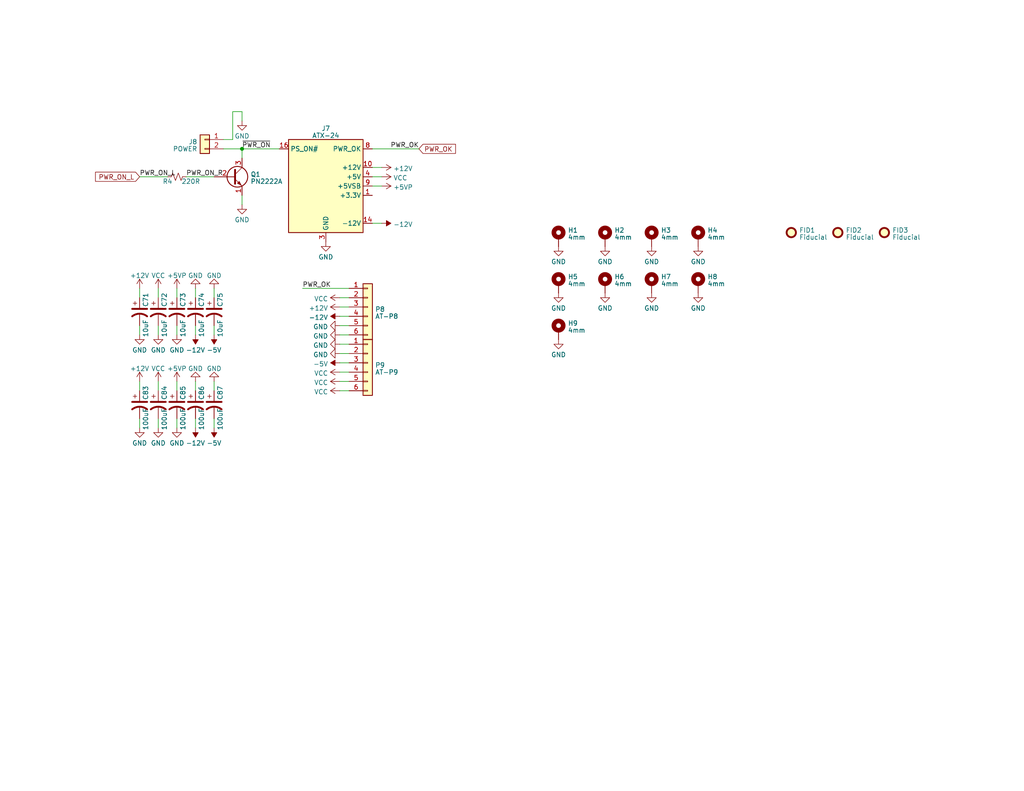
<source format=kicad_sch>
(kicad_sch (version 20230121) (generator eeschema)
  (paper "USLetter")
  (title_block (title "Wrap030-ATX Mainboard") (date "2023-03-26") (rev "1") (company "techav"))
  (lib_symbols
    (symbol "Connector:ATX-24"
      (property "Reference" "J" (at -8.89 13.97 0))
      (property "Value" "ATX-24" (at 6.35 13.97 0))
      (symbol "ATX-24_0_1"
        (rectangle (start -10.16 12.7) (end 10.16 -12.7) (stroke (width 0.254)) (fill (type background)))
      )
      (symbol "ATX-24_1_1"
        (pin power_out line (at 12.7 -2.54 180) (length 2.54) (name "+3.3V") (number "1"))
        (pin power_out line (at 12.7 5.08 180) (length 2.54) (name "+12V") (number "10"))
        (pin passive line (at 12.7 5.08 180) (length 2.54) hide (name "+12V") (number "11"))
        (pin passive line (at 12.7 -2.54 180) (length 2.54) hide (name "+3.3V") (number "12"))
        (pin passive line (at 12.7 -2.54 180) (length 2.54) hide (name "+3.3V") (number "13"))
        (pin power_out line (at 12.7 -10.16 180) (length 2.54) (name "-12V") (number "14"))
        (pin passive line (at 0 -15.24 90) (length 2.54) hide (name "GND") (number "15"))
        (pin open_collector line (at -12.7 10.16 0) (length 2.54) (name "PS_ON#") (number "16"))
        (pin passive line (at 0 -15.24 90) (length 2.54) hide (name "GND") (number "17"))
        (pin passive line (at 0 -15.24 90) (length 2.54) hide (name "GND") (number "18"))
        (pin passive line (at 0 -15.24 90) (length 2.54) hide (name "GND") (number "19"))
        (pin passive line (at 12.7 -2.54 180) (length 2.54) hide (name "+3.3V") (number "2"))
        (pin no_connect line (at -10.16 0 0) (length 2.54) hide (name "NC") (number "20"))
        (pin passive line (at 12.7 2.54 180) (length 2.54) hide (name "+5V") (number "21"))
        (pin passive line (at 12.7 2.54 180) (length 2.54) hide (name "+5V") (number "22"))
        (pin passive line (at 12.7 2.54 180) (length 2.54) hide (name "+5V") (number "23"))
        (pin passive line (at 0 -15.24 90) (length 2.54) hide (name "GND") (number "24"))
        (pin power_out line (at 0 -15.24 90) (length 2.54) (name "GND") (number "3"))
        (pin power_out line (at 12.7 2.54 180) (length 2.54) (name "+5V") (number "4"))
        (pin passive line (at 0 -15.24 90) (length 2.54) hide (name "GND") (number "5"))
        (pin passive line (at 12.7 2.54 180) (length 2.54) hide (name "+5V") (number "6"))
        (pin passive line (at 0 -15.24 90) (length 2.54) hide (name "GND") (number "7"))
        (pin output line (at 12.7 10.16 180) (length 2.54) (name "PWR_OK") (number "8"))
        (pin power_out line (at 12.7 0 180) (length 2.54) (name "+5VSB") (number "9"))
      )
    )
    (symbol "Connector_Generic:Conn_01x02" (pin_names (offset 1.016) hide)
      (property "Reference" "J" (at 0 2.54 0))
      (property "Value" "Conn_01x02" (at 0 -5.08 0))
      (symbol "Conn_01x02_1_1"
        (rectangle (start -1.27 -2.413) (end 0 -2.667) (stroke (width 0.1524)))
        (rectangle (start -1.27 0.127) (end 0 -0.127) (stroke (width 0.1524)))
        (rectangle (start -1.27 1.27) (end 1.27 -3.81) (stroke (width 0.254)) (fill (type background)))
        (pin passive line (at -5.08 0 0) (length 3.81) (name "Pin_1") (number "1"))
        (pin passive line (at -5.08 -2.54 0) (length 3.81) (name "Pin_2") (number "2"))
      )
    )
    (symbol "Connector_Generic:Conn_01x06" (pin_names (offset 1.016) hide)
      (property "Reference" "J" (at 0 7.62 0))
      (property "Value" "Conn_01x06" (at 0 -10.16 0))
      (symbol "Conn_01x06_1_1"
        (rectangle (start -1.27 -7.493) (end 0 -7.747) (stroke (width 0.1524)))
        (rectangle (start -1.27 -4.953) (end 0 -5.207) (stroke (width 0.1524)))
        (rectangle (start -1.27 -2.413) (end 0 -2.667) (stroke (width 0.1524)))
        (rectangle (start -1.27 0.127) (end 0 -0.127) (stroke (width 0.1524)))
        (rectangle (start -1.27 2.667) (end 0 2.413) (stroke (width 0.1524)))
        (rectangle (start -1.27 5.207) (end 0 4.953) (stroke (width 0.1524)))
        (rectangle (start -1.27 6.35) (end 1.27 -8.89) (stroke (width 0.254)) (fill (type background)))
        (pin passive line (at -5.08 5.08 0) (length 3.81) (name "Pin_1") (number "1"))
        (pin passive line (at -5.08 2.54 0) (length 3.81) (name "Pin_2") (number "2"))
        (pin passive line (at -5.08 0 0) (length 3.81) (name "Pin_3") (number "3"))
        (pin passive line (at -5.08 -2.54 0) (length 3.81) (name "Pin_4") (number "4"))
        (pin passive line (at -5.08 -5.08 0) (length 3.81) (name "Pin_5") (number "5"))
        (pin passive line (at -5.08 -7.62 0) (length 3.81) (name "Pin_6") (number "6"))
      )
    )
    (symbol "Device:C_Polarized_US" (pin_numbers hide) (pin_names (offset 0.254) hide)
      (property "Reference" "C" (at 0.635 2.54 0))
      (property "Value" "C_Polarized_US" (at 0.635 -2.54 0))
      (symbol "C_Polarized_US_0_1"
        (polyline (pts (xy -2.032 0.762) (xy 2.032 0.762)) (stroke (width 0.508)))
        (polyline (pts (xy -1.778 2.286) (xy -0.762 2.286)))
        (polyline (pts (xy -1.27 1.778) (xy -1.27 2.794)))
        (arc (start 2.032 -1.27) (mid 0 -0.5572) (end -2.032 -1.27) (stroke (width 0.508)))
      )
      (symbol "C_Polarized_US_1_1"
        (pin passive line (at 0 3.81 270) (length 2.794) (name "~") (number "1"))
        (pin passive line (at 0 -3.81 90) (length 3.302) (name "~") (number "2"))
      )
    )
    (symbol "Device:Q_NPN_EBC" (pin_names (offset 0) hide)
      (property "Reference" "Q" (at 5.08 1.27 0))
      (property "Value" "Q_NPN_EBC" (at 5.08 -1.27 0))
      (symbol "Q_NPN_EBC_0_1"
        (polyline (pts (xy 0.635 0.635) (xy 2.54 2.54)))
        (polyline (pts (xy 0.635 -0.635) (xy 2.54 -2.54) (xy 2.54 -2.54)))
        (polyline (pts (xy 0.635 1.905) (xy 0.635 -1.905) (xy 0.635 -1.905)) (stroke (width 0.508)))
        (polyline (pts (xy 1.27 -1.778) (xy 1.778 -1.27) (xy 2.286 -2.286) (xy 1.27 -1.778) (xy 1.27 -1.778)) (fill (type outline)))
        (circle (center 1.27 0) (radius 2.8194) (stroke (width 0.254)))
      )
      (symbol "Q_NPN_EBC_1_1"
        (pin passive line (at 2.54 -5.08 90) (length 2.54) (name "E") (number "1"))
        (pin passive line (at -5.08 0 0) (length 5.715) (name "B") (number "2"))
        (pin passive line (at 2.54 5.08 270) (length 2.54) (name "C") (number "3"))
      )
    )
    (symbol "Device:R_Small_US" (pin_numbers hide) (pin_names (offset 0.254) hide)
      (property "Reference" "R" (at 0.762 0.508 0))
      (property "Value" "R_Small_US" (at 0.762 -1.016 0))
      (symbol "R_Small_US_1_1"
        (polyline (pts (xy 0 0) (xy 1.016 -0.381) (xy 0 -0.762) (xy -1.016 -1.143) (xy 0 -1.524)))
        (polyline (pts (xy 0 1.524) (xy 1.016 1.143) (xy 0 0.762) (xy -1.016 0.381) (xy 0 0)))
        (pin passive line (at 0 2.54 270) (length 1.016) (name "~") (number "1"))
        (pin passive line (at 0 -2.54 90) (length 1.016) (name "~") (number "2"))
      )
    )
    (symbol "Mechanical:Fiducial"
      (property "Reference" "FID" (at 0 5.08 0))
      (property "Value" "Fiducial" (at 0 3.175 0))
      (symbol "Fiducial_0_1"
        (circle (center 0 0) (radius 1.27) (stroke (width 0.508)) (fill (type background)))
      )
    )
    (symbol "Mechanical:MountingHole_Pad" (pin_numbers hide) (pin_names (offset 1.016) hide)
      (property "Reference" "H" (at 0 6.35 0))
      (property "Value" "MountingHole_Pad" (at 0 4.445 0))
      (symbol "MountingHole_Pad_0_1"
        (circle (center 0 1.27) (radius 1.27) (stroke (width 1.27)))
      )
      (symbol "MountingHole_Pad_1_1"
        (pin input line (at 0 -2.54 90) (length 2.54) (name "1") (number "1"))
      )
    )
    (symbol "power:+12V" (power) (pin_names (offset 0))
      (property "Value" "+12V" (at 0 3.556 0))
      (symbol "+12V_0_1"
        (polyline (pts (xy -0.762 1.27) (xy 0 2.54)))
        (polyline (pts (xy 0 0) (xy 0 2.54)))
        (polyline (pts (xy 0 2.54) (xy 0.762 1.27)))
      )
      (symbol "+12V_1_1"
        (pin power_in line (at 0 0 90) (length 0) hide (name "+12V") (number "1"))
      )
    )
    (symbol "power:+5VP" (power) (pin_names (offset 0))
      (property "Value" "+5VP" (at 0 3.556 0))
      (symbol "+5VP_0_1"
        (polyline (pts (xy -0.762 1.27) (xy 0 2.54)))
        (polyline (pts (xy 0 0) (xy 0 2.54)))
        (polyline (pts (xy 0 2.54) (xy 0.762 1.27)))
      )
      (symbol "+5VP_1_1"
        (pin power_in line (at 0 0 90) (length 0) hide (name "+5VP") (number "1"))
      )
    )
    (symbol "power:-12V" (power) (pin_names (offset 0))
      (property "Value" "-12V" (at 0 3.81 0))
      (symbol "-12V_0_0"
        (pin power_in line (at 0 0 90) (length 0) hide (name "-12V") (number "1"))
      )
      (symbol "-12V_0_1"
        (polyline (pts (xy 0 0) (xy 0 1.27) (xy 0.762 1.27) (xy 0 2.54) (xy -0.762 1.27) (xy 0 1.27)) (fill (type outline)))
      )
    )
    (symbol "power:-5V" (power) (pin_names (offset 0))
      (property "Value" "-5V" (at 0 3.81 0))
      (symbol "-5V_0_0"
        (pin power_in line (at 0 0 90) (length 0) hide (name "-5V") (number "1"))
      )
      (symbol "-5V_0_1"
        (polyline (pts (xy 0 0) (xy 0 1.27) (xy 0.762 1.27) (xy 0 2.54) (xy -0.762 1.27) (xy 0 1.27)) (fill (type outline)))
      )
    )
    (symbol "power:GND" (power) (pin_names (offset 0))
      (property "Value" "GND" (at 0 -3.81 0))
      (symbol "GND_0_1"
        (polyline (pts (xy 0 0) (xy 0 -1.27) (xy 1.27 -1.27) (xy 0 -2.54) (xy -1.27 -1.27) (xy 0 -1.27)))
      )
      (symbol "GND_1_1"
        (pin power_in line (at 0 0 270) (length 0) hide (name "GND") (number "1"))
      )
    )
    (symbol "power:VCC" (power) (pin_names (offset 0))
      (property "Value" "VCC" (at 0 3.81 0))
      (symbol "VCC_0_1"
        (polyline (pts (xy -0.762 1.27) (xy 0 2.54)))
        (polyline (pts (xy 0 0) (xy 0 2.54)))
        (polyline (pts (xy 0 2.54) (xy 0.762 1.27)))
      )
      (symbol "VCC_1_1"
        (pin power_in line (at 0 0 90) (length 0) hide (name "VCC") (number "1"))
      )
    )
  )
  (junction (at 66.04 40.64))
  (wire (pts (xy 104.14 50.8) (xy 101.6 50.8)))
  (wire (pts (xy 43.18 116.84) (xy 43.18 114.3)))
  (wire (pts (xy 60.96 38.1) (xy 63.5 38.1)))
  (wire (pts (xy 63.5 30.48) (xy 63.5 38.1)))
  (wire (pts (xy 53.34 116.84) (xy 53.34 114.3)))
  (wire (pts (xy 104.14 45.72) (xy 101.6 45.72)))
  (wire (pts (xy 92.71 96.52) (xy 95.25 96.52)))
  (wire (pts (xy 92.71 93.98) (xy 95.25 93.98)))
  (wire (pts (xy 38.1 48.26) (xy 45.72 48.26)))
  (wire (pts (xy 92.71 83.82) (xy 95.25 83.82)))
  (wire (pts (xy 92.71 91.44) (xy 95.25 91.44)))
  (wire (pts (xy 92.71 106.68) (xy 95.25 106.68)))
  (wire (pts (xy 38.1 116.84) (xy 38.1 114.3)))
  (wire (pts (xy 92.71 101.6) (xy 95.25 101.6)))
  (wire (pts (xy 53.34 91.44) (xy 53.34 88.9)))
  (wire (pts (xy 114.3 40.64) (xy 101.6 40.64)))
  (wire (pts (xy 66.04 55.88) (xy 66.04 53.34)))
  (wire (pts (xy 58.42 78.74) (xy 58.42 81.28)))
  (wire (pts (xy 38.1 104.14) (xy 38.1 106.68)))
  (wire (pts (xy 92.71 81.28) (xy 95.25 81.28)))
  (wire (pts (xy 104.14 60.96) (xy 101.6 60.96)))
  (wire (pts (xy 50.8 48.26) (xy 58.42 48.26)))
  (wire (pts (xy 53.34 78.74) (xy 53.34 81.28)))
  (wire (pts (xy 43.18 104.14) (xy 43.18 106.68)))
  (wire (pts (xy 48.26 104.14) (xy 48.26 106.68)))
  (wire (pts (xy 104.14 48.26) (xy 101.6 48.26)))
  (wire (pts (xy 66.04 40.64) (xy 76.2 40.64)))
  (wire (pts (xy 82.55 78.74) (xy 95.25 78.74)))
  (wire (pts (xy 43.18 78.74) (xy 43.18 81.28)))
  (wire (pts (xy 66.04 30.48) (xy 63.5 30.48)))
  (wire (pts (xy 48.26 116.84) (xy 48.26 114.3)))
  (wire (pts (xy 58.42 91.44) (xy 58.42 88.9)))
  (wire (pts (xy 53.34 104.14) (xy 53.34 106.68)))
  (wire (pts (xy 38.1 91.44) (xy 38.1 88.9)))
  (wire (pts (xy 60.96 40.64) (xy 66.04 40.64)))
  (wire (pts (xy 48.26 91.44) (xy 48.26 88.9)))
  (wire (pts (xy 66.04 33.02) (xy 66.04 30.48)))
  (wire (pts (xy 92.71 99.06) (xy 95.25 99.06)))
  (wire (pts (xy 92.71 86.36) (xy 95.25 86.36)))
  (wire (pts (xy 58.42 104.14) (xy 58.42 106.68)))
  (wire (pts (xy 48.26 78.74) (xy 48.26 81.28)))
  (wire (pts (xy 66.04 43.18) (xy 66.04 40.64)))
  (wire (pts (xy 58.42 116.84) (xy 58.42 114.3)))
  (wire (pts (xy 92.71 88.9) (xy 95.25 88.9)))
  (wire (pts (xy 92.71 104.14) (xy 95.25 104.14)))
  (wire (pts (xy 38.1 78.74) (xy 38.1 81.28)))
  (wire (pts (xy 43.18 91.44) (xy 43.18 88.9)))
  (label "PWR_ON_L" (at 38.1 48.26 0))
  (label "PWR_ON_R" (at 50.8 48.26 0))
  (label "~{PWR_ON}" (at 66.04 40.64 0))
  (label "PWR_OK" (at 82.55 78.74 0))
  (label "PWR_OK" (at 114.3 40.64 180))
  (global_label "PWR_ON_L" (shape input) (at 38.1 48.26 180) (property "Intersheetrefs" "${INTERSHEET_REFS}" (effects hide)))
  (global_label "PWR_OK" (shape input) (at 114.3 40.64 0) (property "Intersheetrefs" "${INTERSHEET_REFS}" (effects hide)))
  (symbol (lib_id "power:GND") (at 165.1 67.31 0) (unit 1)
    (property "Reference" "#PWR04" (effects hide))
    (property "Value" "GND" (at 165.1 71.4455 0))
    (instances (project "Wrap030-ATX" (path "" (reference "#PWR04") (unit 1)) (path "" (reference "#PWR0181") (unit 1)) (path "" (reference "#PWR0345") (unit 1))))
  )
  (symbol (lib_id "power:GND") (at 48.26 116.84 0) (unit 1)
    (property "Reference" "#PWR0283" (effects hide))
    (property "Value" "GND" (at 48.26 120.9755 0))
    (instances (project "Wrap030-ATX" (path "" (reference "#PWR0283") (unit 1)) (path "" (reference "#PWR0260") (unit 1))))
  )
  (symbol (lib_id "power:+5VP") (at 48.26 78.74 0) (unit 1)
    (property "Reference" "#PWR0272" (effects hide))
    (property "Value" "+5VP" (at 48.26 75.2381 0))
    (instances (project "Wrap030-ATX" (path "" (reference "#PWR0272") (unit 1)) (path "" (reference "#PWR0257") (unit 1))))
  )
  (symbol (lib_id "Mechanical:MountingHole_Pad") (at 177.8 77.47 0) (unit 1)
    (property "Reference" "H7" (at 180.34 75.5563 0) (effects (justify left)))
    (property "Value" "4mm" (at 180.34 77.4773 0) (effects (justify left)))
    (property "Footprint" "MountingHole:MountingHole_4mm_Pad_Via" (effects hide))
    (property "Notes" "NA" (effects hide))
  )
  (symbol (lib_id "power:GND") (at 92.71 91.44 270) (unit 1)
    (property "Reference" "#PWR0253" (effects hide))
    (property "Value" "GND" (at 89.5351 91.7568 90) (effects (justify right)))
    (instances (project "Wrap030-ATX" (path "" (reference "#PWR0253") (unit 1)) (path "" (reference "#PWR0281") (unit 1))))
  )
  (symbol (lib_id "power:GND") (at 152.4 80.01 0) (unit 1)
    (property "Reference" "#PWR04" (effects hide))
    (property "Value" "GND" (at 152.4 84.1455 0))
    (instances (project "Wrap030-ATX" (path "" (reference "#PWR04") (unit 1)) (path "" (reference "#PWR0181") (unit 1)) (path "" (reference "#PWR0339") (unit 1))))
  )
  (symbol (lib_id "Device:C_Polarized_US") (at 58.42 85.09 0) (unit 1)
    (property "Reference" "C75" (at 60.071 83.8113 90) (effects (justify left)))
    (property "Value" "10uF" (at 60.071 92.0823 90) (effects (justify left)))
    (property "Footprint" "Capacitor_THT:CP_Radial_D5.0mm_P2.50mm" (effects hide))
    (property "Mouser-Part" "710-860010372001" (effects hide))
    (property "Notes" "OFE" (effects hide))
    (instances (project "Wrap030-ATX" (path "" (reference "C75") (unit 1)) (path "" (reference "C86") (unit 1))))
  )
  (symbol (lib_id "power:+12V") (at 38.1 78.74 0) (unit 1)
    (property "Reference" "#PWR0268" (effects hide))
    (property "Value" "+12V" (at 38.1 75.2381 0))
    (instances (project "Wrap030-ATX" (path "" (reference "#PWR0268") (unit 1)) (path "" (reference "#PWR0249") (unit 1))))
  )
  (symbol (lib_id "power:GND") (at 92.71 88.9 270) (unit 1)
    (property "Reference" "#PWR0252" (effects hide))
    (property "Value" "GND" (at 89.5351 89.2168 90) (effects (justify right)))
    (instances (project "Wrap030-ATX" (path "" (reference "#PWR0252") (unit 1)) (path "" (reference "#PWR0280") (unit 1))))
  )
  (symbol (lib_id "power:+12V") (at 38.1 104.14 0) (unit 1)
    (property "Reference" "#PWR0278" (effects hide))
    (property "Value" "+12V" (at 38.1 100.6381 0))
    (instances (project "Wrap030-ATX" (path "" (reference "#PWR0278") (unit 1)) (path "" (reference "#PWR0251") (unit 1))))
  )
  (symbol (lib_id "power:GND") (at 48.26 91.44 0) (unit 1)
    (property "Reference" "#PWR0271" (effects hide))
    (property "Value" "GND" (at 48.26 95.5755 0))
    (instances (project "Wrap030-ATX" (path "" (reference "#PWR0271") (unit 1)) (path "" (reference "#PWR0258") (unit 1))))
  )
  (symbol (lib_id "power:VCC") (at 92.71 81.28 90) (unit 1)
    (property "Reference" "#PWR0249" (effects hide))
    (property "Value" "VCC" (at 89.535 81.5968 90) (effects (justify left)))
    (instances (project "Wrap030-ATX" (path "" (reference "#PWR0249") (unit 1)) (path "" (reference "#PWR0277") (unit 1))))
  )
  (symbol (lib_id "power:GND") (at 92.71 93.98 270) (unit 1)
    (property "Reference" "#PWR0254" (effects hide))
    (property "Value" "GND" (at 89.5351 94.2968 90) (effects (justify right)))
    (instances (project "Wrap030-ATX" (path "" (reference "#PWR0254") (unit 1)) (path "" (reference "#PWR0282") (unit 1))))
  )
  (symbol (lib_id "power:GND") (at 53.34 78.74 180) (unit 1)
    (property "Reference" "#PWR0274" (effects hide))
    (property "Value" "GND" (at 53.34 75.2381 0))
    (instances (project "Wrap030-ATX" (path "" (reference "#PWR0274") (unit 1)) (path "" (reference "#PWR0261") (unit 1))))
  )
  (symbol (lib_id "power:GND") (at 66.04 55.88 0) (unit 1)
    (property "Reference" "#PWR0266" (effects hide))
    (property "Value" "GND" (at 66.04 60.0155 0))
    (instances (project "Wrap030-ATX" (path "" (reference "#PWR0266") (unit 1)) (path "" (reference "#PWR0271") (unit 1))))
  )
  (symbol (lib_id "Mechanical:MountingHole_Pad") (at 165.1 77.47 0) (unit 1)
    (property "Reference" "H6" (at 167.64 75.5563 0) (effects (justify left)))
    (property "Value" "4mm" (at 167.64 77.4773 0) (effects (justify left)))
    (property "Footprint" "MountingHole:MountingHole_4mm_Pad_Via" (effects hide))
    (property "Notes" "NA" (effects hide))
  )
  (symbol (lib_id "power:VCC") (at 92.71 104.14 90) (unit 1)
    (property "Reference" "#PWR0258" (effects hide))
    (property "Value" "VCC" (at 89.535 104.4568 90) (effects (justify left)))
    (instances (project "Wrap030-ATX" (path "" (reference "#PWR0258") (unit 1)) (path "" (reference "#PWR0286") (unit 1))))
  )
  (symbol (lib_id "Mechanical:Fiducial") (at 228.6 63.5 0) (unit 1)
    (property "Reference" "FID2" (at 230.759 62.8563 0) (effects (justify left)))
    (property "Value" "Fiducial" (at 230.759 64.7773 0) (effects (justify left)))
    (property "Footprint" "Fiducial:Fiducial_1mm_Mask2mm" (effects hide))
    (property "Notes" "NA" (effects hide))
  )
  (symbol (lib_id "Device:C_Polarized_US") (at 48.26 110.49 0) (unit 1)
    (property "Reference" "C85" (at 49.911 109.2113 90) (effects (justify left)))
    (property "Value" "100uF" (at 49.911 117.4823 90) (effects (justify left)))
    (property "Footprint" "Capacitor_THT:CP_Radial_D7.5mm_P2.50mm" (effects hide))
    (property "Mouser-Part" "710-860010473007" (effects hide))
    (property "Notes" "OFE" (effects hide))
    (instances (project "Wrap030-ATX" (path "" (reference "C85") (unit 1)) (path "" (reference "C83") (unit 1))))
  )
  (symbol (lib_id "power:GND") (at 177.8 67.31 0) (unit 1)
    (property "Reference" "#PWR04" (effects hide))
    (property "Value" "GND" (at 177.8 71.4455 0))
    (instances (project "Wrap030-ATX" (path "" (reference "#PWR04") (unit 1)) (path "" (reference "#PWR0181") (unit 1)) (path "" (reference "#PWR0344") (unit 1))))
  )
  (symbol (lib_id "power:-5V") (at 58.42 116.84 180) (unit 1)
    (property "Reference" "#PWR0287" (effects hide))
    (property "Value" "-5V" (at 58.42 120.9755 0))
    (instances (project "Wrap030-ATX" (path "" (reference "#PWR0287") (unit 1)) (path "" (reference "#PWR0269") (unit 1))))
  )
  (symbol (lib_id "Device:C_Polarized_US") (at 43.18 110.49 0) (unit 1)
    (property "Reference" "C84" (at 44.831 109.2113 90) (effects (justify left)))
    (property "Value" "100uF" (at 44.831 117.4823 90) (effects (justify left)))
    (property "Footprint" "Capacitor_THT:CP_Radial_D7.5mm_P2.50mm" (effects hide))
    (property "Mouser-Part" "710-860010473007" (effects hide))
    (property "Notes" "OFE" (effects hide))
    (instances (project "Wrap030-ATX" (path "" (reference "C84") (unit 1)) (path "" (reference "C74") (unit 1))))
  )
  (symbol (lib_id "Device:C_Polarized_US") (at 38.1 85.09 0) (unit 1)
    (property "Reference" "C71" (at 39.751 83.8113 90) (effects (justify left)))
    (property "Value" "10uF" (at 39.751 92.0823 90) (effects (justify left)))
    (property "Footprint" "Capacitor_THT:CP_Radial_D5.0mm_P2.50mm" (effects hide))
    (property "Mouser-Part" "710-860010372001" (effects hide))
    (property "Notes" "OFE" (effects hide))
  )
  (symbol (lib_id "power:GND") (at 165.1 80.01 0) (unit 1)
    (property "Reference" "#PWR04" (effects hide))
    (property "Value" "GND" (at 165.1 84.1455 0))
    (instances (project "Wrap030-ATX" (path "" (reference "#PWR04") (unit 1)) (path "" (reference "#PWR0181") (unit 1)) (path "" (reference "#PWR0340") (unit 1))))
  )
  (symbol (lib_id "power:-12V") (at 53.34 116.84 180) (unit 1)
    (property "Reference" "#PWR0285" (effects hide))
    (property "Value" "-12V" (at 53.34 120.9755 0))
    (instances (project "Wrap030-ATX" (path "" (reference "#PWR0285") (unit 1)) (path "" (reference "#PWR0264") (unit 1))))
  )
  (symbol (lib_id "power:GND") (at 92.71 96.52 270) (unit 1)
    (property "Reference" "#PWR0255" (effects hide))
    (property "Value" "GND" (at 89.5351 96.8368 90) (effects (justify right)))
    (instances (project "Wrap030-ATX" (path "" (reference "#PWR0255") (unit 1)) (path "" (reference "#PWR0283") (unit 1))))
  )
  (symbol (lib_id "Mechanical:MountingHole_Pad") (at 152.4 90.17 0) (unit 1)
    (property "Reference" "H9" (at 154.94 88.2563 0) (effects (justify left)))
    (property "Value" "4mm" (at 154.94 90.1773 0) (effects (justify left)))
    (property "Footprint" "MountingHole:MountingHole_4mm_Pad_Via" (effects hide))
    (property "Notes" "NA" (effects hide))
  )
  (symbol (lib_id "Mechanical:MountingHole_Pad") (at 177.8 64.77 0) (unit 1)
    (property "Reference" "H3" (at 180.34 62.8563 0) (effects (justify left)))
    (property "Value" "4mm" (at 180.34 64.7773 0) (effects (justify left)))
    (property "Footprint" "MountingHole:MountingHole_4mm_Pad_Via" (effects hide))
    (property "Notes" "NA" (effects hide))
  )
  (symbol (lib_id "power:-12V") (at 53.34 91.44 180) (unit 1)
    (property "Reference" "#PWR0275" (effects hide))
    (property "Value" "-12V" (at 53.34 95.5755 0))
    (instances (project "Wrap030-ATX" (path "" (reference "#PWR0275") (unit 1)) (path "" (reference "#PWR0262") (unit 1))))
  )
  (symbol (lib_id "power:GND") (at 66.04 33.02 0) (unit 1)
    (property "Reference" "#PWR0267" (effects hide))
    (property "Value" "GND" (at 66.04 37.1555 0))
    (instances (project "Wrap030-ATX" (path "" (reference "#PWR0267") (unit 1)) (path "" (reference "#PWR0270") (unit 1))))
  )
  (symbol (lib_id "power:VCC") (at 92.71 101.6 90) (unit 1)
    (property "Reference" "#PWR0257" (effects hide))
    (property "Value" "VCC" (at 89.535 101.9168 90) (effects (justify left)))
    (instances (project "Wrap030-ATX" (path "" (reference "#PWR0257") (unit 1)) (path "" (reference "#PWR0285") (unit 1))))
  )
  (symbol (lib_id "power:+12V") (at 104.14 45.72 270) (unit 1)
    (property "Reference" "#PWR0263" (effects hide))
    (property "Value" "+12V" (at 107.315 46.0368 90) (effects (justify left)))
    (instances (project "Wrap030-ATX" (path "" (reference "#PWR0263") (unit 1)) (path "" (reference "#PWR0273") (unit 1))))
  )
  (symbol (lib_id "Device:C_Polarized_US") (at 48.26 85.09 0) (unit 1)
    (property "Reference" "C73" (at 49.911 83.8113 90) (effects (justify left)))
    (property "Value" "10uF" (at 49.911 92.0823 90) (effects (justify left)))
    (property "Footprint" "Capacitor_THT:CP_Radial_D5.0mm_P2.50mm" (effects hide))
    (property "Mouser-Part" "710-860010372001" (effects hide))
    (property "Notes" "OFE" (effects hide))
    (instances (project "Wrap030-ATX" (path "" (reference "C73") (unit 1)) (path "" (reference "C75") (unit 1))))
  )
  (symbol (lib_id "Mechanical:Fiducial") (at 241.3 63.5 0) (unit 1)
    (property "Reference" "FID3" (at 243.459 62.8563 0) (effects (justify left)))
    (property "Value" "Fiducial" (at 243.459 64.7773 0) (effects (justify left)))
    (property "Footprint" "Fiducial:Fiducial_1mm_Mask2mm" (effects hide))
    (property "Notes" "NA" (effects hide))
  )
  (symbol (lib_id "power:-12V") (at 104.14 60.96 270) (unit 1)
    (property "Reference" "#PWR0261" (effects hide))
    (property "Value" "-12V" (at 107.315 61.2768 90) (effects (justify left)))
    (instances (project "Wrap030-ATX" (path "" (reference "#PWR0261") (unit 1)) (path "" (reference "#PWR0276") (unit 1))))
  )
  (symbol (lib_id "power:GND") (at 152.4 92.71 0) (unit 1)
    (property "Reference" "#PWR04" (effects hide))
    (property "Value" "GND" (at 152.4 96.8455 0))
    (instances (project "Wrap030-ATX" (path "" (reference "#PWR04") (unit 1)) (path "" (reference "#PWR0181") (unit 1)) (path "" (reference "#PWR0338") (unit 1))))
  )
  (symbol (lib_id "power:-5V") (at 58.42 91.44 180) (unit 1)
    (property "Reference" "#PWR0277" (effects hide))
    (property "Value" "-5V" (at 58.42 95.5755 0))
    (instances (project "Wrap030-ATX" (path "" (reference "#PWR0277") (unit 1)) (path "" (reference "#PWR0267") (unit 1))))
  )
  (symbol (lib_id "power:GND") (at 58.42 78.74 180) (unit 1)
    (property "Reference" "#PWR0276" (effects hide))
    (property "Value" "GND" (at 58.42 75.2381 0))
    (instances (project "Wrap030-ATX" (path "" (reference "#PWR0276") (unit 1)) (path "" (reference "#PWR0266") (unit 1))))
  )
  (symbol (lib_id "power:VCC") (at 43.18 104.14 0) (unit 1)
    (property "Reference" "#PWR0280" (effects hide))
    (property "Value" "VCC" (at 43.18 100.6381 0))
    (instances (project "Wrap030-ATX" (path "" (reference "#PWR0280") (unit 1)) (path "" (reference "#PWR0255") (unit 1))))
  )
  (symbol (lib_id "Device:Q_NPN_EBC") (at 63.5 48.26 0) (unit 1)
    (property "Reference" "Q1" (at 68.3514 47.6163 0) (effects (justify left)))
    (property "Value" "PN2222A" (at 68.3514 49.5373 0) (effects (justify left)))
    (property "Footprint" "Package_TO_SOT_THT:TO-92L_Inline" (effects hide))
    (property "Mouser-Part" "512-PN2222ABU" (effects hide))
    (property "Notes" "OFE" (effects hide))
  )
  (symbol (lib_id "power:GND") (at 38.1 91.44 0) (unit 1)
    (property "Reference" "#PWR0269" (effects hide))
    (property "Value" "GND" (at 38.1 95.5755 0))
    (instances (project "Wrap030-ATX" (path "" (reference "#PWR0269") (unit 1)) (path "" (reference "#PWR0250") (unit 1))))
  )
  (symbol (lib_id "power:GND") (at 38.1 116.84 0) (unit 1)
    (property "Reference" "#PWR0279" (effects hide))
    (property "Value" "GND" (at 38.1 120.9755 0))
    (instances (project "Wrap030-ATX" (path "" (reference "#PWR0279") (unit 1)) (path "" (reference "#PWR0252") (unit 1))))
  )
  (symbol (lib_id "Device:C_Polarized_US") (at 53.34 85.09 0) (unit 1)
    (property "Reference" "C74" (at 54.991 83.8113 90) (effects (justify left)))
    (property "Value" "10uF" (at 54.991 92.0823 90) (effects (justify left)))
    (property "Footprint" "Capacitor_THT:CP_Radial_D5.0mm_P2.50mm" (effects hide))
    (property "Mouser-Part" "710-860010372001" (effects hide))
    (property "Notes" "OFE" (effects hide))
    (instances (project "Wrap030-ATX" (path "" (reference "C74") (unit 1)) (path "" (reference "C84") (unit 1))))
  )
  (symbol (lib_id "Connector_Generic:Conn_01x02") (at 55.88 38.1 0) (mirror y) (unit 1)
    (property "Reference" "J8" (at 53.848 38.7263 0) (effects (justify left)))
    (property "Value" "POWER" (at 53.848 40.6473 0) (effects (justify left)))
    (property "Footprint" "Connector_PinHeader_2.54mm:PinHeader_1x02_P2.54mm_Vertical" (effects hide))
    (property "Mouser-Part" "523-G800NA306018EU" (effects hide))
    (property "Notes" "OFE" (effects hide))
    (instances (project "Wrap030-ATX" (path "" (reference "J8") (unit 1)) (path "" (reference "J7") (unit 1))))
  )
  (symbol (lib_id "Device:C_Polarized_US") (at 58.42 110.49 0) (unit 1)
    (property "Reference" "C87" (at 60.071 109.2113 90) (effects (justify left)))
    (property "Value" "100uF" (at 60.071 117.4823 90) (effects (justify left)))
    (property "Footprint" "Capacitor_THT:CP_Radial_D7.5mm_P2.50mm" (effects hide))
    (property "Mouser-Part" "710-860010473007" (effects hide))
    (property "Notes" "OFE" (effects hide))
  )
  (symbol (lib_id "Device:R_Small_US") (at 48.26 48.26 90) (unit 1)
    (property "Reference" "R4" (at 45.72 49.53 90))
    (property "Value" "220R" (at 52.07 49.53 90))
    (property "Footprint" "Resistor_SMD:R_0402_1005Metric_Pad0.72x0.64mm_HandSolder" (effects hide))
    (property "JLC-Part" "https://jlcpcb.com/partdetail/25834-0402WGF2200TCE/C25091" (effects hide))
    (property "Mouser-Part" "303-0402WGF2200TCE" (effects hide))
    (property "Notes" "JLC" (effects hide))
  )
  (symbol (lib_id "power:-5V") (at 92.71 99.06 90) (unit 1)
    (property "Reference" "#PWR0256" (effects hide))
    (property "Value" "-5V" (at 89.5351 99.3768 90) (effects (justify left)))
    (instances (project "Wrap030-ATX" (path "" (reference "#PWR0256") (unit 1)) (path "" (reference "#PWR0284") (unit 1))))
  )
  (symbol (lib_id "power:GND") (at 53.34 104.14 180) (unit 1)
    (property "Reference" "#PWR0284" (effects hide))
    (property "Value" "GND" (at 53.34 100.6381 0))
    (instances (project "Wrap030-ATX" (path "" (reference "#PWR0284") (unit 1)) (path "" (reference "#PWR0263") (unit 1))))
  )
  (symbol (lib_id "Connector_Generic:Conn_01x06") (at 100.33 83.82 0) (unit 1)
    (property "Reference" "P8" (at 102.362 84.4463 0) (effects (justify left)))
    (property "Value" "AT-P8" (at 102.362 86.3673 0) (effects (justify left)))
    (property "Footprint" "Connector_Molex:Molex_KK-396_A-41791-0006_1x06_P3.96mm_Vertical" (effects hide))
    (property "Mouser-Part" "538-26-60-4060" (effects hide))
    (property "Notes" "OFE" (effects hide))
    (instances (project "Wrap030-ATX" (path "" (reference "P8") (unit 1)) (path "" (reference "P1") (unit 1))))
  )
  (symbol (lib_id "power:GND") (at 152.4 67.31 0) (unit 1)
    (property "Reference" "#PWR04" (effects hide))
    (property "Value" "GND" (at 152.4 71.4455 0))
    (instances (project "Wrap030-ATX" (path "" (reference "#PWR04") (unit 1)) (path "" (reference "#PWR0181") (unit 1)) (path "" (reference "#PWR0349") (unit 1))))
  )
  (symbol (lib_id "Device:C_Polarized_US") (at 53.34 110.49 0) (unit 1)
    (property "Reference" "C86" (at 54.991 109.2113 90) (effects (justify left)))
    (property "Value" "100uF" (at 54.991 117.4823 90) (effects (justify left)))
    (property "Footprint" "Capacitor_THT:CP_Radial_D7.5mm_P2.50mm" (effects hide))
    (property "Mouser-Part" "710-860010473007" (effects hide))
    (property "Notes" "OFE" (effects hide))
    (instances (project "Wrap030-ATX" (path "" (reference "C86") (unit 1)) (path "" (reference "C85") (unit 1))))
  )
  (symbol (lib_id "power:GND") (at 190.5 80.01 0) (unit 1)
    (property "Reference" "#PWR04" (effects hide))
    (property "Value" "GND" (at 190.5 84.1455 0))
    (instances (project "Wrap030-ATX" (path "" (reference "#PWR04") (unit 1)) (path "" (reference "#PWR0181") (unit 1)) (path "" (reference "#PWR0342") (unit 1))))
  )
  (symbol (lib_id "Mechanical:MountingHole_Pad") (at 190.5 77.47 0) (unit 1)
    (property "Reference" "H8" (at 193.04 75.5563 0) (effects (justify left)))
    (property "Value" "4mm" (at 193.04 77.4773 0) (effects (justify left)))
    (property "Footprint" "MountingHole:MountingHole_4mm_Pad_Via" (effects hide))
    (property "Notes" "NA" (effects hide))
  )
  (symbol (lib_id "power:VCC") (at 92.71 106.68 90) (unit 1)
    (property "Reference" "#PWR0259" (effects hide))
    (property "Value" "VCC" (at 89.535 106.9968 90) (effects (justify left)))
    (instances (project "Wrap030-ATX" (path "" (reference "#PWR0259") (unit 1)) (path "" (reference "#PWR0287") (unit 1))))
  )
  (symbol (lib_id "Mechanical:Fiducial") (at 215.9 63.5 0) (unit 1)
    (property "Reference" "FID1" (at 218.059 62.8563 0) (effects (justify left)))
    (property "Value" "Fiducial" (at 218.059 64.7773 0) (effects (justify left)))
    (property "Footprint" "Fiducial:Fiducial_1mm_Mask2mm" (effects hide))
    (property "Notes" "NA" (effects hide))
  )
  (symbol (lib_id "power:+12V") (at 92.71 83.82 90) (unit 1)
    (property "Reference" "#PWR0250" (effects hide))
    (property "Value" "+12V" (at 89.535 84.1368 90) (effects (justify left)))
    (instances (project "Wrap030-ATX" (path "" (reference "#PWR0250") (unit 1)) (path "" (reference "#PWR0278") (unit 1))))
  )
  (symbol (lib_id "power:VCC") (at 104.14 48.26 270) (unit 1)
    (property "Reference" "#PWR0262" (effects hide))
    (property "Value" "VCC" (at 107.315 48.5768 90) (effects (justify left)))
    (instances (project "Wrap030-ATX" (path "" (reference "#PWR0262") (unit 1)) (path "" (reference "#PWR0274") (unit 1))))
  )
  (symbol (lib_id "Connector_Generic:Conn_01x06") (at 100.33 99.06 0) (unit 1)
    (property "Reference" "P9" (at 102.362 99.6863 0) (effects (justify left)))
    (property "Value" "AT-P9" (at 102.362 101.6073 0) (effects (justify left)))
    (property "Footprint" "Connector_Molex:Molex_KK-396_A-41791-0006_1x06_P3.96mm_Vertical" (effects hide))
    (property "Mouser-Part" "538-26-60-4060" (effects hide))
    (property "Notes" "OFE" (effects hide))
    (instances (project "Wrap030-ATX" (path "" (reference "P9") (unit 1)) (path "" (reference "P2") (unit 1))))
  )
  (symbol (lib_id "Mechanical:MountingHole_Pad") (at 152.4 64.77 0) (unit 1)
    (property "Reference" "H1" (at 154.94 62.8563 0) (effects (justify left)))
    (property "Value" "4mm" (at 154.94 64.7773 0) (effects (justify left)))
    (property "Footprint" "MountingHole:MountingHole_4mm_Pad_Via" (effects hide))
    (property "Notes" "NA" (effects hide))
  )
  (symbol (lib_id "Device:C_Polarized_US") (at 43.18 85.09 0) (unit 1)
    (property "Reference" "C72" (at 44.831 83.8113 90) (effects (justify left)))
    (property "Value" "10uF" (at 44.831 92.0823 90) (effects (justify left)))
    (property "Footprint" "Capacitor_THT:CP_Radial_D5.0mm_P2.50mm" (effects hide))
    (property "Mouser-Part" "710-860010372001" (effects hide))
    (property "Notes" "OFE" (effects hide))
    (instances (project "Wrap030-ATX" (path "" (reference "C72") (unit 1)) (path "" (reference "C73") (unit 1))))
  )
  (symbol (lib_id "power:GND") (at 58.42 104.14 180) (unit 1)
    (property "Reference" "#PWR0286" (effects hide))
    (property "Value" "GND" (at 58.42 100.6381 0))
    (instances (project "Wrap030-ATX" (path "" (reference "#PWR0286") (unit 1)) (path "" (reference "#PWR0268") (unit 1))))
  )
  (symbol (lib_id "power:GND") (at 88.9 66.04 0) (unit 1)
    (property "Reference" "#PWR0260" (effects hide))
    (property "Value" "GND" (at 88.9 70.1755 0))
    (instances (project "Wrap030-ATX" (path "" (reference "#PWR0260") (unit 1)) (path "" (reference "#PWR0272") (unit 1))))
  )
  (symbol (lib_id "power:VCC") (at 43.18 78.74 0) (unit 1)
    (property "Reference" "#PWR0273" (effects hide))
    (property "Value" "VCC" (at 43.18 75.2381 0))
    (instances (project "Wrap030-ATX" (path "" (reference "#PWR0273") (unit 1)) (path "" (reference "#PWR0253") (unit 1))))
  )
  (symbol (lib_id "power:GND") (at 43.18 91.44 0) (unit 1)
    (property "Reference" "#PWR0270" (effects hide))
    (property "Value" "GND" (at 43.18 95.5755 0))
    (instances (project "Wrap030-ATX" (path "" (reference "#PWR0270") (unit 1)) (path "" (reference "#PWR0254") (unit 1))))
  )
  (symbol (lib_id "Device:C_Polarized_US") (at 38.1 110.49 0) (unit 1)
    (property "Reference" "C83" (at 39.751 109.2113 90) (effects (justify left)))
    (property "Value" "100uF" (at 39.751 117.4823 90) (effects (justify left)))
    (property "Footprint" "Capacitor_THT:CP_Radial_D7.5mm_P2.50mm" (effects hide))
    (property "Mouser-Part" "710-860010473007" (effects hide))
    (property "Notes" "OFE" (effects hide))
    (instances (project "Wrap030-ATX" (path "" (reference "C83") (unit 1)) (path "" (reference "C72") (unit 1))))
  )
  (symbol (lib_id "power:GND") (at 190.5 67.31 0) (unit 1)
    (property "Reference" "#PWR04" (effects hide))
    (property "Value" "GND" (at 190.5 71.4455 0))
    (instances (project "Wrap030-ATX" (path "" (reference "#PWR04") (unit 1)) (path "" (reference "#PWR0181") (unit 1)) (path "" (reference "#PWR0343") (unit 1))))
  )
  (symbol (lib_id "power:+5VP") (at 48.26 104.14 0) (unit 1)
    (property "Reference" "#PWR0282" (effects hide))
    (property "Value" "+5VP" (at 48.26 100.6381 0))
    (instances (project "Wrap030-ATX" (path "" (reference "#PWR0282") (unit 1)) (path "" (reference "#PWR0259") (unit 1))))
  )
  (symbol (lib_id "Mechanical:MountingHole_Pad") (at 165.1 64.77 0) (unit 1)
    (property "Reference" "H2" (at 167.64 62.8563 0) (effects (justify left)))
    (property "Value" "4mm" (at 167.64 64.7773 0) (effects (justify left)))
    (property "Footprint" "MountingHole:MountingHole_4mm_Pad_Via" (effects hide))
    (property "Notes" "NA" (effects hide))
  )
  (symbol (lib_id "Mechanical:MountingHole_Pad") (at 190.5 64.77 0) (unit 1)
    (property "Reference" "H4" (at 193.04 62.8563 0) (effects (justify left)))
    (property "Value" "4mm" (at 193.04 64.7773 0) (effects (justify left)))
    (property "Footprint" "MountingHole:MountingHole_4mm_Pad_Via" (effects hide))
    (property "Notes" "NA" (effects hide))
  )
  (symbol (lib_id "Mechanical:MountingHole_Pad") (at 152.4 77.47 0) (unit 1)
    (property "Reference" "H5" (at 154.94 75.5563 0) (effects (justify left)))
    (property "Value" "4mm" (at 154.94 77.4773 0) (effects (justify left)))
    (property "Footprint" "MountingHole:MountingHole_4mm_Pad_Via" (effects hide))
    (property "Notes" "NA" (effects hide))
  )
  (symbol (lib_id "power:+5VP") (at 104.14 50.8 270) (unit 1)
    (property "Reference" "#PWR0264" (effects hide))
    (property "Value" "+5VP" (at 107.315 51.1168 90) (effects (justify left)))
    (instances (project "Wrap030-ATX" (path "" (reference "#PWR0264") (unit 1)) (path "" (reference "#PWR0275") (unit 1))))
  )
  (symbol (lib_id "power:GND") (at 177.8 80.01 0) (unit 1)
    (property "Reference" "#PWR04" (effects hide))
    (property "Value" "GND" (at 177.8 84.1455 0))
    (instances (project "Wrap030-ATX" (path "" (reference "#PWR04") (unit 1)) (path "" (reference "#PWR0181") (unit 1)) (path "" (reference "#PWR0341") (unit 1))))
  )
  (symbol (lib_id "Connector:ATX-24") (at 88.9 50.8 0) (unit 1)
    (property "Reference" "J7" (at 88.9 35.0901 0))
    (property "Value" "ATX-24" (at 88.9 37.0111 0))
    (property "Footprint" "Connector_Molex:Molex_Mini-Fit_Jr_5566-24A_2x12_P4.20mm_Vertical" (effects hide))
    (property "Datasheet" "https://www.intel.com/content/dam/www/public/us/en/documents/guides/power-supply-design-guide-june.pdf#page=33" (effects hide))
    (property "Mouser-Part" "538-39-28-8240" (effects hide))
    (instances (project "Wrap030-ATX" (path "" (reference "J7") (unit 1)) (path "" (reference "J8") (unit 1))))
  )
  (symbol (lib_id "power:-12V") (at 92.71 86.36 90) (unit 1)
    (property "Reference" "#PWR0251" (effects hide))
    (property "Value" "-12V" (at 89.535 86.6768 90) (effects (justify left)))
    (instances (project "Wrap030-ATX" (path "" (reference "#PWR0251") (unit 1)) (path "" (reference "#PWR0279") (unit 1))))
  )
  (symbol (lib_id "power:GND") (at 43.18 116.84 0) (unit 1)
    (property "Reference" "#PWR0281" (effects hide))
    (property "Value" "GND" (at 43.18 120.9755 0))
    (instances (project "Wrap030-ATX" (path "" (reference "#PWR0281") (unit 1)) (path "" (reference "#PWR0256") (unit 1))))
  )
)
</source>
